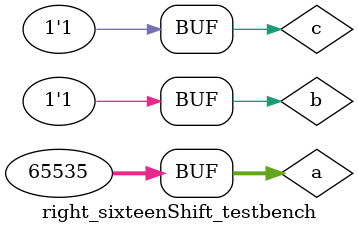
<source format=v>
`define DELAY 20
module right_sixteenShift_testbench(); 
reg [31:0] 	a;
reg			b,
				c;
wire [31:0] result;

right_sixteen_shift rs (result, a, b);

initial begin
a = 32'b11111111111111110000000000000000; b = 0; c = 0;
#`DELAY;
a = 32'b11111111111111110000000000000000; b = 0; c = 1;
#`DELAY;
a = 32'b11111111111111110000000000000000; b = 1; c = 0;
#`DELAY;
a = 32'b11111111111111110000000000000000; b = 1; c = 1;
#`DELAY;
a = 32'b00000000000000001111111111111111; b = 0; c = 0;
#`DELAY;
a = 32'b00000000000000001111111111111111; b = 0; c = 1;
#`DELAY;
a = 32'b00000000000000001111111111111111; b = 1; c = 0;
#`DELAY;
a = 32'b00000000000000001111111111111111; b = 1; c = 1;
#`DELAY;
end
 
 
initial
begin
$monitor("time = %2d, a =%1b, b=%1b, a/l= %1b, result=%1b", $time, a, b, c, result);
end
 
endmodule
</source>
